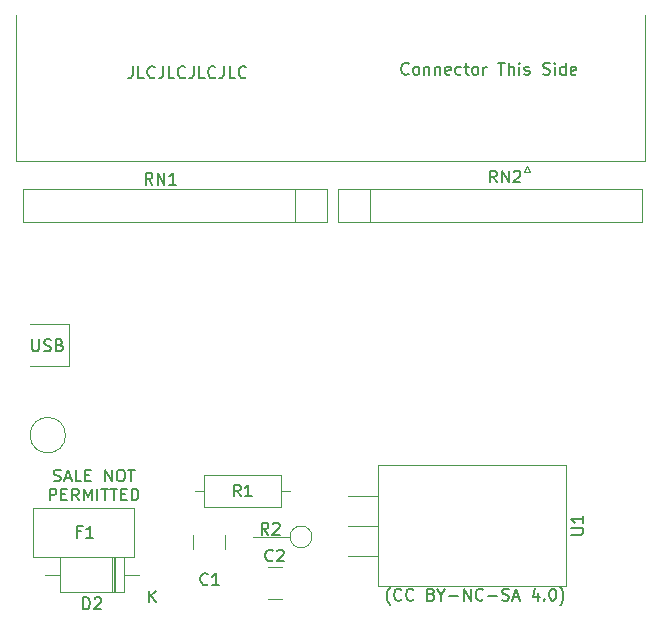
<source format=gbr>
%TF.GenerationSoftware,KiCad,Pcbnew,(6.0.2)*%
%TF.CreationDate,2022-04-06T14:17:41-06:00*%
%TF.ProjectId,DB25m_F4_THTV1,44423235-6d5f-4463-945f-54485456312e,rev?*%
%TF.SameCoordinates,Original*%
%TF.FileFunction,Legend,Top*%
%TF.FilePolarity,Positive*%
%FSLAX46Y46*%
G04 Gerber Fmt 4.6, Leading zero omitted, Abs format (unit mm)*
G04 Created by KiCad (PCBNEW (6.0.2)) date 2022-04-06 14:17:41*
%MOMM*%
%LPD*%
G01*
G04 APERTURE LIST*
%ADD10C,0.150000*%
%ADD11C,0.120000*%
G04 APERTURE END LIST*
D10*
X106749047Y-90229761D02*
X106891904Y-90277380D01*
X107130000Y-90277380D01*
X107225238Y-90229761D01*
X107272857Y-90182142D01*
X107320476Y-90086904D01*
X107320476Y-89991666D01*
X107272857Y-89896428D01*
X107225238Y-89848809D01*
X107130000Y-89801190D01*
X106939523Y-89753571D01*
X106844285Y-89705952D01*
X106796666Y-89658333D01*
X106749047Y-89563095D01*
X106749047Y-89467857D01*
X106796666Y-89372619D01*
X106844285Y-89325000D01*
X106939523Y-89277380D01*
X107177619Y-89277380D01*
X107320476Y-89325000D01*
X107701428Y-89991666D02*
X108177619Y-89991666D01*
X107606190Y-90277380D02*
X107939523Y-89277380D01*
X108272857Y-90277380D01*
X109082380Y-90277380D02*
X108606190Y-90277380D01*
X108606190Y-89277380D01*
X109415714Y-89753571D02*
X109749047Y-89753571D01*
X109891904Y-90277380D02*
X109415714Y-90277380D01*
X109415714Y-89277380D01*
X109891904Y-89277380D01*
X111082380Y-90277380D02*
X111082380Y-89277380D01*
X111653809Y-90277380D01*
X111653809Y-89277380D01*
X112320476Y-89277380D02*
X112510952Y-89277380D01*
X112606190Y-89325000D01*
X112701428Y-89420238D01*
X112749047Y-89610714D01*
X112749047Y-89944047D01*
X112701428Y-90134523D01*
X112606190Y-90229761D01*
X112510952Y-90277380D01*
X112320476Y-90277380D01*
X112225238Y-90229761D01*
X112130000Y-90134523D01*
X112082380Y-89944047D01*
X112082380Y-89610714D01*
X112130000Y-89420238D01*
X112225238Y-89325000D01*
X112320476Y-89277380D01*
X113034761Y-89277380D02*
X113606190Y-89277380D01*
X113320476Y-90277380D02*
X113320476Y-89277380D01*
X106391904Y-91887380D02*
X106391904Y-90887380D01*
X106772857Y-90887380D01*
X106868095Y-90935000D01*
X106915714Y-90982619D01*
X106963333Y-91077857D01*
X106963333Y-91220714D01*
X106915714Y-91315952D01*
X106868095Y-91363571D01*
X106772857Y-91411190D01*
X106391904Y-91411190D01*
X107391904Y-91363571D02*
X107725238Y-91363571D01*
X107868095Y-91887380D02*
X107391904Y-91887380D01*
X107391904Y-90887380D01*
X107868095Y-90887380D01*
X108868095Y-91887380D02*
X108534761Y-91411190D01*
X108296666Y-91887380D02*
X108296666Y-90887380D01*
X108677619Y-90887380D01*
X108772857Y-90935000D01*
X108820476Y-90982619D01*
X108868095Y-91077857D01*
X108868095Y-91220714D01*
X108820476Y-91315952D01*
X108772857Y-91363571D01*
X108677619Y-91411190D01*
X108296666Y-91411190D01*
X109296666Y-91887380D02*
X109296666Y-90887380D01*
X109630000Y-91601666D01*
X109963333Y-90887380D01*
X109963333Y-91887380D01*
X110439523Y-91887380D02*
X110439523Y-90887380D01*
X110772857Y-90887380D02*
X111344285Y-90887380D01*
X111058571Y-91887380D02*
X111058571Y-90887380D01*
X111534761Y-90887380D02*
X112106190Y-90887380D01*
X111820476Y-91887380D02*
X111820476Y-90887380D01*
X112439523Y-91363571D02*
X112772857Y-91363571D01*
X112915714Y-91887380D02*
X112439523Y-91887380D01*
X112439523Y-90887380D01*
X112915714Y-90887380D01*
X113344285Y-91887380D02*
X113344285Y-90887380D01*
X113582380Y-90887380D01*
X113725238Y-90935000D01*
X113820476Y-91030238D01*
X113868095Y-91125476D01*
X113915714Y-91315952D01*
X113915714Y-91458809D01*
X113868095Y-91649285D01*
X113820476Y-91744523D01*
X113725238Y-91839761D01*
X113582380Y-91887380D01*
X113344285Y-91887380D01*
X136784285Y-55747142D02*
X136736666Y-55794761D01*
X136593809Y-55842380D01*
X136498571Y-55842380D01*
X136355714Y-55794761D01*
X136260476Y-55699523D01*
X136212857Y-55604285D01*
X136165238Y-55413809D01*
X136165238Y-55270952D01*
X136212857Y-55080476D01*
X136260476Y-54985238D01*
X136355714Y-54890000D01*
X136498571Y-54842380D01*
X136593809Y-54842380D01*
X136736666Y-54890000D01*
X136784285Y-54937619D01*
X137355714Y-55842380D02*
X137260476Y-55794761D01*
X137212857Y-55747142D01*
X137165238Y-55651904D01*
X137165238Y-55366190D01*
X137212857Y-55270952D01*
X137260476Y-55223333D01*
X137355714Y-55175714D01*
X137498571Y-55175714D01*
X137593809Y-55223333D01*
X137641428Y-55270952D01*
X137689047Y-55366190D01*
X137689047Y-55651904D01*
X137641428Y-55747142D01*
X137593809Y-55794761D01*
X137498571Y-55842380D01*
X137355714Y-55842380D01*
X138117619Y-55175714D02*
X138117619Y-55842380D01*
X138117619Y-55270952D02*
X138165238Y-55223333D01*
X138260476Y-55175714D01*
X138403333Y-55175714D01*
X138498571Y-55223333D01*
X138546190Y-55318571D01*
X138546190Y-55842380D01*
X139022380Y-55175714D02*
X139022380Y-55842380D01*
X139022380Y-55270952D02*
X139070000Y-55223333D01*
X139165238Y-55175714D01*
X139308095Y-55175714D01*
X139403333Y-55223333D01*
X139450952Y-55318571D01*
X139450952Y-55842380D01*
X140308095Y-55794761D02*
X140212857Y-55842380D01*
X140022380Y-55842380D01*
X139927142Y-55794761D01*
X139879523Y-55699523D01*
X139879523Y-55318571D01*
X139927142Y-55223333D01*
X140022380Y-55175714D01*
X140212857Y-55175714D01*
X140308095Y-55223333D01*
X140355714Y-55318571D01*
X140355714Y-55413809D01*
X139879523Y-55509047D01*
X141212857Y-55794761D02*
X141117619Y-55842380D01*
X140927142Y-55842380D01*
X140831904Y-55794761D01*
X140784285Y-55747142D01*
X140736666Y-55651904D01*
X140736666Y-55366190D01*
X140784285Y-55270952D01*
X140831904Y-55223333D01*
X140927142Y-55175714D01*
X141117619Y-55175714D01*
X141212857Y-55223333D01*
X141498571Y-55175714D02*
X141879523Y-55175714D01*
X141641428Y-54842380D02*
X141641428Y-55699523D01*
X141689047Y-55794761D01*
X141784285Y-55842380D01*
X141879523Y-55842380D01*
X142355714Y-55842380D02*
X142260476Y-55794761D01*
X142212857Y-55747142D01*
X142165238Y-55651904D01*
X142165238Y-55366190D01*
X142212857Y-55270952D01*
X142260476Y-55223333D01*
X142355714Y-55175714D01*
X142498571Y-55175714D01*
X142593809Y-55223333D01*
X142641428Y-55270952D01*
X142689047Y-55366190D01*
X142689047Y-55651904D01*
X142641428Y-55747142D01*
X142593809Y-55794761D01*
X142498571Y-55842380D01*
X142355714Y-55842380D01*
X143117619Y-55842380D02*
X143117619Y-55175714D01*
X143117619Y-55366190D02*
X143165238Y-55270952D01*
X143212857Y-55223333D01*
X143308095Y-55175714D01*
X143403333Y-55175714D01*
X144355714Y-54842380D02*
X144927142Y-54842380D01*
X144641428Y-55842380D02*
X144641428Y-54842380D01*
X145260476Y-55842380D02*
X145260476Y-54842380D01*
X145689047Y-55842380D02*
X145689047Y-55318571D01*
X145641428Y-55223333D01*
X145546190Y-55175714D01*
X145403333Y-55175714D01*
X145308095Y-55223333D01*
X145260476Y-55270952D01*
X146165238Y-55842380D02*
X146165238Y-55175714D01*
X146165238Y-54842380D02*
X146117619Y-54890000D01*
X146165238Y-54937619D01*
X146212857Y-54890000D01*
X146165238Y-54842380D01*
X146165238Y-54937619D01*
X146593809Y-55794761D02*
X146689047Y-55842380D01*
X146879523Y-55842380D01*
X146974761Y-55794761D01*
X147022380Y-55699523D01*
X147022380Y-55651904D01*
X146974761Y-55556666D01*
X146879523Y-55509047D01*
X146736666Y-55509047D01*
X146641428Y-55461428D01*
X146593809Y-55366190D01*
X146593809Y-55318571D01*
X146641428Y-55223333D01*
X146736666Y-55175714D01*
X146879523Y-55175714D01*
X146974761Y-55223333D01*
X148165238Y-55794761D02*
X148308095Y-55842380D01*
X148546190Y-55842380D01*
X148641428Y-55794761D01*
X148689047Y-55747142D01*
X148736666Y-55651904D01*
X148736666Y-55556666D01*
X148689047Y-55461428D01*
X148641428Y-55413809D01*
X148546190Y-55366190D01*
X148355714Y-55318571D01*
X148260476Y-55270952D01*
X148212857Y-55223333D01*
X148165238Y-55128095D01*
X148165238Y-55032857D01*
X148212857Y-54937619D01*
X148260476Y-54890000D01*
X148355714Y-54842380D01*
X148593809Y-54842380D01*
X148736666Y-54890000D01*
X149165238Y-55842380D02*
X149165238Y-55175714D01*
X149165238Y-54842380D02*
X149117619Y-54890000D01*
X149165238Y-54937619D01*
X149212857Y-54890000D01*
X149165238Y-54842380D01*
X149165238Y-54937619D01*
X150070000Y-55842380D02*
X150070000Y-54842380D01*
X150070000Y-55794761D02*
X149974761Y-55842380D01*
X149784285Y-55842380D01*
X149689047Y-55794761D01*
X149641428Y-55747142D01*
X149593809Y-55651904D01*
X149593809Y-55366190D01*
X149641428Y-55270952D01*
X149689047Y-55223333D01*
X149784285Y-55175714D01*
X149974761Y-55175714D01*
X150070000Y-55223333D01*
X150927142Y-55794761D02*
X150831904Y-55842380D01*
X150641428Y-55842380D01*
X150546190Y-55794761D01*
X150498571Y-55699523D01*
X150498571Y-55318571D01*
X150546190Y-55223333D01*
X150641428Y-55175714D01*
X150831904Y-55175714D01*
X150927142Y-55223333D01*
X150974761Y-55318571D01*
X150974761Y-55413809D01*
X150498571Y-55509047D01*
X113430952Y-55132380D02*
X113430952Y-55846666D01*
X113383333Y-55989523D01*
X113288095Y-56084761D01*
X113145238Y-56132380D01*
X113050000Y-56132380D01*
X114383333Y-56132380D02*
X113907142Y-56132380D01*
X113907142Y-55132380D01*
X115288095Y-56037142D02*
X115240476Y-56084761D01*
X115097619Y-56132380D01*
X115002380Y-56132380D01*
X114859523Y-56084761D01*
X114764285Y-55989523D01*
X114716666Y-55894285D01*
X114669047Y-55703809D01*
X114669047Y-55560952D01*
X114716666Y-55370476D01*
X114764285Y-55275238D01*
X114859523Y-55180000D01*
X115002380Y-55132380D01*
X115097619Y-55132380D01*
X115240476Y-55180000D01*
X115288095Y-55227619D01*
X116002380Y-55132380D02*
X116002380Y-55846666D01*
X115954761Y-55989523D01*
X115859523Y-56084761D01*
X115716666Y-56132380D01*
X115621428Y-56132380D01*
X116954761Y-56132380D02*
X116478571Y-56132380D01*
X116478571Y-55132380D01*
X117859523Y-56037142D02*
X117811904Y-56084761D01*
X117669047Y-56132380D01*
X117573809Y-56132380D01*
X117430952Y-56084761D01*
X117335714Y-55989523D01*
X117288095Y-55894285D01*
X117240476Y-55703809D01*
X117240476Y-55560952D01*
X117288095Y-55370476D01*
X117335714Y-55275238D01*
X117430952Y-55180000D01*
X117573809Y-55132380D01*
X117669047Y-55132380D01*
X117811904Y-55180000D01*
X117859523Y-55227619D01*
X118573809Y-55132380D02*
X118573809Y-55846666D01*
X118526190Y-55989523D01*
X118430952Y-56084761D01*
X118288095Y-56132380D01*
X118192857Y-56132380D01*
X119526190Y-56132380D02*
X119050000Y-56132380D01*
X119050000Y-55132380D01*
X120430952Y-56037142D02*
X120383333Y-56084761D01*
X120240476Y-56132380D01*
X120145238Y-56132380D01*
X120002380Y-56084761D01*
X119907142Y-55989523D01*
X119859523Y-55894285D01*
X119811904Y-55703809D01*
X119811904Y-55560952D01*
X119859523Y-55370476D01*
X119907142Y-55275238D01*
X120002380Y-55180000D01*
X120145238Y-55132380D01*
X120240476Y-55132380D01*
X120383333Y-55180000D01*
X120430952Y-55227619D01*
X121145238Y-55132380D02*
X121145238Y-55846666D01*
X121097619Y-55989523D01*
X121002380Y-56084761D01*
X120859523Y-56132380D01*
X120764285Y-56132380D01*
X122097619Y-56132380D02*
X121621428Y-56132380D01*
X121621428Y-55132380D01*
X123002380Y-56037142D02*
X122954761Y-56084761D01*
X122811904Y-56132380D01*
X122716666Y-56132380D01*
X122573809Y-56084761D01*
X122478571Y-55989523D01*
X122430952Y-55894285D01*
X122383333Y-55703809D01*
X122383333Y-55560952D01*
X122430952Y-55370476D01*
X122478571Y-55275238D01*
X122573809Y-55180000D01*
X122716666Y-55132380D01*
X122811904Y-55132380D01*
X122954761Y-55180000D01*
X123002380Y-55227619D01*
X135229523Y-100753333D02*
X135181904Y-100705714D01*
X135086666Y-100562857D01*
X135039047Y-100467619D01*
X134991428Y-100324761D01*
X134943809Y-100086666D01*
X134943809Y-99896190D01*
X134991428Y-99658095D01*
X135039047Y-99515238D01*
X135086666Y-99420000D01*
X135181904Y-99277142D01*
X135229523Y-99229523D01*
X136181904Y-100277142D02*
X136134285Y-100324761D01*
X135991428Y-100372380D01*
X135896190Y-100372380D01*
X135753333Y-100324761D01*
X135658095Y-100229523D01*
X135610476Y-100134285D01*
X135562857Y-99943809D01*
X135562857Y-99800952D01*
X135610476Y-99610476D01*
X135658095Y-99515238D01*
X135753333Y-99420000D01*
X135896190Y-99372380D01*
X135991428Y-99372380D01*
X136134285Y-99420000D01*
X136181904Y-99467619D01*
X137181904Y-100277142D02*
X137134285Y-100324761D01*
X136991428Y-100372380D01*
X136896190Y-100372380D01*
X136753333Y-100324761D01*
X136658095Y-100229523D01*
X136610476Y-100134285D01*
X136562857Y-99943809D01*
X136562857Y-99800952D01*
X136610476Y-99610476D01*
X136658095Y-99515238D01*
X136753333Y-99420000D01*
X136896190Y-99372380D01*
X136991428Y-99372380D01*
X137134285Y-99420000D01*
X137181904Y-99467619D01*
X138705714Y-99848571D02*
X138848571Y-99896190D01*
X138896190Y-99943809D01*
X138943809Y-100039047D01*
X138943809Y-100181904D01*
X138896190Y-100277142D01*
X138848571Y-100324761D01*
X138753333Y-100372380D01*
X138372380Y-100372380D01*
X138372380Y-99372380D01*
X138705714Y-99372380D01*
X138800952Y-99420000D01*
X138848571Y-99467619D01*
X138896190Y-99562857D01*
X138896190Y-99658095D01*
X138848571Y-99753333D01*
X138800952Y-99800952D01*
X138705714Y-99848571D01*
X138372380Y-99848571D01*
X139562857Y-99896190D02*
X139562857Y-100372380D01*
X139229523Y-99372380D02*
X139562857Y-99896190D01*
X139896190Y-99372380D01*
X140229523Y-99991428D02*
X140991428Y-99991428D01*
X141467619Y-100372380D02*
X141467619Y-99372380D01*
X142039047Y-100372380D01*
X142039047Y-99372380D01*
X143086666Y-100277142D02*
X143039047Y-100324761D01*
X142896190Y-100372380D01*
X142800952Y-100372380D01*
X142658095Y-100324761D01*
X142562857Y-100229523D01*
X142515238Y-100134285D01*
X142467619Y-99943809D01*
X142467619Y-99800952D01*
X142515238Y-99610476D01*
X142562857Y-99515238D01*
X142658095Y-99420000D01*
X142800952Y-99372380D01*
X142896190Y-99372380D01*
X143039047Y-99420000D01*
X143086666Y-99467619D01*
X143515238Y-99991428D02*
X144277142Y-99991428D01*
X144705714Y-100324761D02*
X144848571Y-100372380D01*
X145086666Y-100372380D01*
X145181904Y-100324761D01*
X145229523Y-100277142D01*
X145277142Y-100181904D01*
X145277142Y-100086666D01*
X145229523Y-99991428D01*
X145181904Y-99943809D01*
X145086666Y-99896190D01*
X144896190Y-99848571D01*
X144800952Y-99800952D01*
X144753333Y-99753333D01*
X144705714Y-99658095D01*
X144705714Y-99562857D01*
X144753333Y-99467619D01*
X144800952Y-99420000D01*
X144896190Y-99372380D01*
X145134285Y-99372380D01*
X145277142Y-99420000D01*
X145658095Y-100086666D02*
X146134285Y-100086666D01*
X145562857Y-100372380D02*
X145896190Y-99372380D01*
X146229523Y-100372380D01*
X147753333Y-99705714D02*
X147753333Y-100372380D01*
X147515238Y-99324761D02*
X147277142Y-100039047D01*
X147896190Y-100039047D01*
X148277142Y-100277142D02*
X148324761Y-100324761D01*
X148277142Y-100372380D01*
X148229523Y-100324761D01*
X148277142Y-100277142D01*
X148277142Y-100372380D01*
X148943809Y-99372380D02*
X149039047Y-99372380D01*
X149134285Y-99420000D01*
X149181904Y-99467619D01*
X149229523Y-99562857D01*
X149277142Y-99753333D01*
X149277142Y-99991428D01*
X149229523Y-100181904D01*
X149181904Y-100277142D01*
X149134285Y-100324761D01*
X149039047Y-100372380D01*
X148943809Y-100372380D01*
X148848571Y-100324761D01*
X148800952Y-100277142D01*
X148753333Y-100181904D01*
X148705714Y-99991428D01*
X148705714Y-99753333D01*
X148753333Y-99562857D01*
X148800952Y-99467619D01*
X148848571Y-99420000D01*
X148943809Y-99372380D01*
X149610476Y-100753333D02*
X149658095Y-100705714D01*
X149753333Y-100562857D01*
X149800952Y-100467619D01*
X149848571Y-100324761D01*
X149896190Y-100086666D01*
X149896190Y-99896190D01*
X149848571Y-99658095D01*
X149800952Y-99515238D01*
X149753333Y-99420000D01*
X149658095Y-99277142D01*
X149610476Y-99229523D01*
%TO.C,C2*%
X125278853Y-96956802D02*
X125231234Y-97004421D01*
X125088377Y-97052040D01*
X124993139Y-97052040D01*
X124850281Y-97004421D01*
X124755043Y-96909183D01*
X124707424Y-96813945D01*
X124659805Y-96623469D01*
X124659805Y-96480612D01*
X124707424Y-96290136D01*
X124755043Y-96194898D01*
X124850281Y-96099660D01*
X124993139Y-96052040D01*
X125088377Y-96052040D01*
X125231234Y-96099660D01*
X125278853Y-96147279D01*
X125659805Y-96147279D02*
X125707424Y-96099660D01*
X125802662Y-96052040D01*
X126040758Y-96052040D01*
X126135996Y-96099660D01*
X126183615Y-96147279D01*
X126231234Y-96242517D01*
X126231234Y-96337755D01*
X126183615Y-96480612D01*
X125612186Y-97052040D01*
X126231234Y-97052040D01*
%TO.C,F1*%
X109031996Y-94522361D02*
X108698663Y-94522361D01*
X108698663Y-95046170D02*
X108698663Y-94046170D01*
X109174853Y-94046170D01*
X110079615Y-95046170D02*
X109508187Y-95046170D01*
X109793901Y-95046170D02*
X109793901Y-94046170D01*
X109698663Y-94189028D01*
X109603425Y-94284266D01*
X109508187Y-94331885D01*
%TO.C,BP1*%
X104910095Y-78258420D02*
X104910095Y-79067944D01*
X104957714Y-79163182D01*
X105005333Y-79210801D01*
X105100571Y-79258420D01*
X105291047Y-79258420D01*
X105386285Y-79210801D01*
X105433904Y-79163182D01*
X105481523Y-79067944D01*
X105481523Y-78258420D01*
X105910095Y-79210801D02*
X106052952Y-79258420D01*
X106291047Y-79258420D01*
X106386285Y-79210801D01*
X106433904Y-79163182D01*
X106481523Y-79067944D01*
X106481523Y-78972706D01*
X106433904Y-78877468D01*
X106386285Y-78829849D01*
X106291047Y-78782230D01*
X106100571Y-78734611D01*
X106005333Y-78686992D01*
X105957714Y-78639373D01*
X105910095Y-78544135D01*
X105910095Y-78448897D01*
X105957714Y-78353659D01*
X106005333Y-78306040D01*
X106100571Y-78258420D01*
X106338666Y-78258420D01*
X106481523Y-78306040D01*
X107243428Y-78734611D02*
X107386285Y-78782230D01*
X107433904Y-78829849D01*
X107481523Y-78925087D01*
X107481523Y-79067944D01*
X107433904Y-79163182D01*
X107386285Y-79210801D01*
X107291047Y-79258420D01*
X106910095Y-79258420D01*
X106910095Y-78258420D01*
X107243428Y-78258420D01*
X107338666Y-78306040D01*
X107386285Y-78353659D01*
X107433904Y-78448897D01*
X107433904Y-78544135D01*
X107386285Y-78639373D01*
X107338666Y-78686992D01*
X107243428Y-78734611D01*
X106910095Y-78734611D01*
%TO.C,C1*%
X119777213Y-98970102D02*
X119729594Y-99017721D01*
X119586737Y-99065340D01*
X119491499Y-99065340D01*
X119348641Y-99017721D01*
X119253403Y-98922483D01*
X119205784Y-98827245D01*
X119158165Y-98636769D01*
X119158165Y-98493912D01*
X119205784Y-98303436D01*
X119253403Y-98208198D01*
X119348641Y-98112960D01*
X119491499Y-98065340D01*
X119586737Y-98065340D01*
X119729594Y-98112960D01*
X119777213Y-98160579D01*
X120729594Y-99065340D02*
X120158165Y-99065340D01*
X120443880Y-99065340D02*
X120443880Y-98065340D01*
X120348641Y-98208198D01*
X120253403Y-98303436D01*
X120158165Y-98351055D01*
%TO.C,R1*%
X122555973Y-91552020D02*
X122222640Y-91075830D01*
X121984544Y-91552020D02*
X121984544Y-90552020D01*
X122365497Y-90552020D01*
X122460735Y-90599640D01*
X122508354Y-90647259D01*
X122555973Y-90742497D01*
X122555973Y-90885354D01*
X122508354Y-90980592D01*
X122460735Y-91028211D01*
X122365497Y-91075830D01*
X121984544Y-91075830D01*
X123508354Y-91552020D02*
X122936925Y-91552020D01*
X123222640Y-91552020D02*
X123222640Y-90552020D01*
X123127401Y-90694878D01*
X123032163Y-90790116D01*
X122936925Y-90837735D01*
%TO.C,R2*%
X124905473Y-94790520D02*
X124572140Y-94314330D01*
X124334044Y-94790520D02*
X124334044Y-93790520D01*
X124714997Y-93790520D01*
X124810235Y-93838140D01*
X124857854Y-93885759D01*
X124905473Y-93980997D01*
X124905473Y-94123854D01*
X124857854Y-94219092D01*
X124810235Y-94266711D01*
X124714997Y-94314330D01*
X124334044Y-94314330D01*
X125286425Y-93885759D02*
X125334044Y-93838140D01*
X125429282Y-93790520D01*
X125667378Y-93790520D01*
X125762616Y-93838140D01*
X125810235Y-93885759D01*
X125857854Y-93980997D01*
X125857854Y-94076235D01*
X125810235Y-94219092D01*
X125238806Y-94790520D01*
X125857854Y-94790520D01*
%TO.C,RN1*%
X115099522Y-65147396D02*
X114766189Y-64671206D01*
X114528094Y-65147396D02*
X114528094Y-64147396D01*
X114909046Y-64147396D01*
X115004284Y-64195016D01*
X115051903Y-64242635D01*
X115099522Y-64337873D01*
X115099522Y-64480730D01*
X115051903Y-64575968D01*
X115004284Y-64623587D01*
X114909046Y-64671206D01*
X114528094Y-64671206D01*
X115528094Y-65147396D02*
X115528094Y-64147396D01*
X116099522Y-65147396D01*
X116099522Y-64147396D01*
X117099522Y-65147396D02*
X116528094Y-65147396D01*
X116813808Y-65147396D02*
X116813808Y-64147396D01*
X116718570Y-64290254D01*
X116623332Y-64385492D01*
X116528094Y-64433111D01*
%TO.C,RN2*%
X144246022Y-64969897D02*
X143912689Y-64493707D01*
X143674594Y-64969897D02*
X143674594Y-63969897D01*
X144055546Y-63969897D01*
X144150784Y-64017517D01*
X144198403Y-64065136D01*
X144246022Y-64160374D01*
X144246022Y-64303231D01*
X144198403Y-64398469D01*
X144150784Y-64446088D01*
X144055546Y-64493707D01*
X143674594Y-64493707D01*
X144674594Y-64969897D02*
X144674594Y-63969897D01*
X145246022Y-64969897D01*
X145246022Y-63969897D01*
X145674594Y-64065136D02*
X145722213Y-64017517D01*
X145817451Y-63969897D01*
X146055546Y-63969897D01*
X146150784Y-64017517D01*
X146198403Y-64065136D01*
X146246022Y-64160374D01*
X146246022Y-64255612D01*
X146198403Y-64398469D01*
X145626975Y-64969897D01*
X146246022Y-64969897D01*
%TO.C,U1*%
X150565520Y-94782544D02*
X151375044Y-94782544D01*
X151470282Y-94734925D01*
X151517901Y-94687306D01*
X151565520Y-94592068D01*
X151565520Y-94401592D01*
X151517901Y-94306354D01*
X151470282Y-94258735D01*
X151375044Y-94211116D01*
X150565520Y-94211116D01*
X151565520Y-93211116D02*
X151565520Y-93782544D01*
X151565520Y-93496830D02*
X150565520Y-93496830D01*
X150708378Y-93592068D01*
X150803616Y-93687306D01*
X150851235Y-93782544D01*
%TO.C,D2*%
X109241904Y-101102380D02*
X109241904Y-100102380D01*
X109480000Y-100102380D01*
X109622857Y-100150000D01*
X109718095Y-100245238D01*
X109765714Y-100340476D01*
X109813333Y-100530952D01*
X109813333Y-100673809D01*
X109765714Y-100864285D01*
X109718095Y-100959523D01*
X109622857Y-101054761D01*
X109480000Y-101102380D01*
X109241904Y-101102380D01*
X110194285Y-100197619D02*
X110241904Y-100150000D01*
X110337142Y-100102380D01*
X110575238Y-100102380D01*
X110670476Y-100150000D01*
X110718095Y-100197619D01*
X110765714Y-100292857D01*
X110765714Y-100388095D01*
X110718095Y-100530952D01*
X110146666Y-101102380D01*
X110765714Y-101102380D01*
X114798095Y-100532380D02*
X114798095Y-99532380D01*
X115369523Y-100532380D02*
X114940952Y-99960952D01*
X115369523Y-99532380D02*
X114798095Y-100103809D01*
D11*
%TO.C,C2*%
X124843456Y-97519660D02*
X126047584Y-97519660D01*
X124843456Y-100239660D02*
X126047584Y-100239660D01*
%TO.C,F1*%
X104960000Y-92560000D02*
X113560000Y-92560000D01*
X113560000Y-92560000D02*
X113560000Y-96660000D01*
X104960000Y-92560000D02*
X104960000Y-96660000D01*
X104960000Y-96660000D02*
X113560000Y-96660000D01*
%TO.C,BP1*%
X108013500Y-76964540D02*
X104711500Y-76964540D01*
X104711500Y-80520540D02*
X108013500Y-80520540D01*
X108013500Y-80520540D02*
X108013500Y-76964540D01*
X107735500Y-86362540D02*
G75*
G03*
X107735500Y-86362540I-1500000J0D01*
G01*
%TO.C,C1*%
X121225140Y-95992704D02*
X121225140Y-94788576D01*
X118505140Y-95992704D02*
X118505140Y-94788576D01*
%TO.C,R1*%
X126762640Y-91099640D02*
X125992640Y-91099640D01*
X125992640Y-89729640D02*
X119452640Y-89729640D01*
X119452640Y-92469640D02*
X125992640Y-92469640D01*
X125992640Y-92469640D02*
X125992640Y-89729640D01*
X119452640Y-89729640D02*
X119452640Y-92469640D01*
X118682640Y-91099640D02*
X119452640Y-91099640D01*
%TO.C,R2*%
X126755640Y-94973140D02*
X123595640Y-94973140D01*
X128595640Y-94973140D02*
G75*
G03*
X128595640Y-94973140I-920000J0D01*
G01*
%TO.C,RN1*%
X104126499Y-65517516D02*
X104126499Y-68317516D01*
X129866499Y-68317516D02*
X129866499Y-65517516D01*
X127156499Y-68317516D02*
X127156499Y-65517516D01*
X129866499Y-65517516D02*
X104126499Y-65517516D01*
X104126499Y-68317516D02*
X129866499Y-68317516D01*
%TO.C,RN2*%
X133506499Y-65517517D02*
X133506499Y-68317517D01*
X130796499Y-65517517D02*
X130796499Y-68317517D01*
X156536499Y-68317517D02*
X156536499Y-65517517D01*
X130796499Y-68317517D02*
X156536499Y-68317517D01*
X156536499Y-65517517D02*
X130796499Y-65517517D01*
%TO.C,U1*%
X134223140Y-91480640D02*
X131683140Y-91480640D01*
X150113140Y-88900640D02*
X150113140Y-99140640D01*
X134223140Y-96560640D02*
X131683140Y-96560640D01*
X134223140Y-88900640D02*
X134223140Y-99140640D01*
X150113140Y-99140640D02*
X134223140Y-99140640D01*
X150113140Y-88900640D02*
X134223140Y-88900640D01*
X134223140Y-94020640D02*
X131683140Y-94020640D01*
%TO.C,D2*%
X107260000Y-96710000D02*
X107260000Y-99650000D01*
X112700000Y-96710000D02*
X107260000Y-96710000D01*
X107260000Y-99650000D02*
X112700000Y-99650000D01*
X111920000Y-99650000D02*
X111920000Y-96710000D01*
X113920000Y-98180000D02*
X112700000Y-98180000D01*
X111680000Y-99650000D02*
X111680000Y-96710000D01*
X111800000Y-99650000D02*
X111800000Y-96710000D01*
X106040000Y-98180000D02*
X107260000Y-98180000D01*
X112700000Y-99650000D02*
X112700000Y-96710000D01*
%TO.C,J4*%
X103583540Y-63148601D02*
X103583540Y-50808601D01*
X146563540Y-64042939D02*
X146813540Y-63609926D01*
X147063540Y-64042939D02*
X146563540Y-64042939D01*
X146813540Y-63609926D02*
X147063540Y-64042939D01*
X156803540Y-63148601D02*
X103583540Y-63148601D01*
X156803540Y-50808601D02*
X156803540Y-63148601D01*
%TD*%
M02*

</source>
